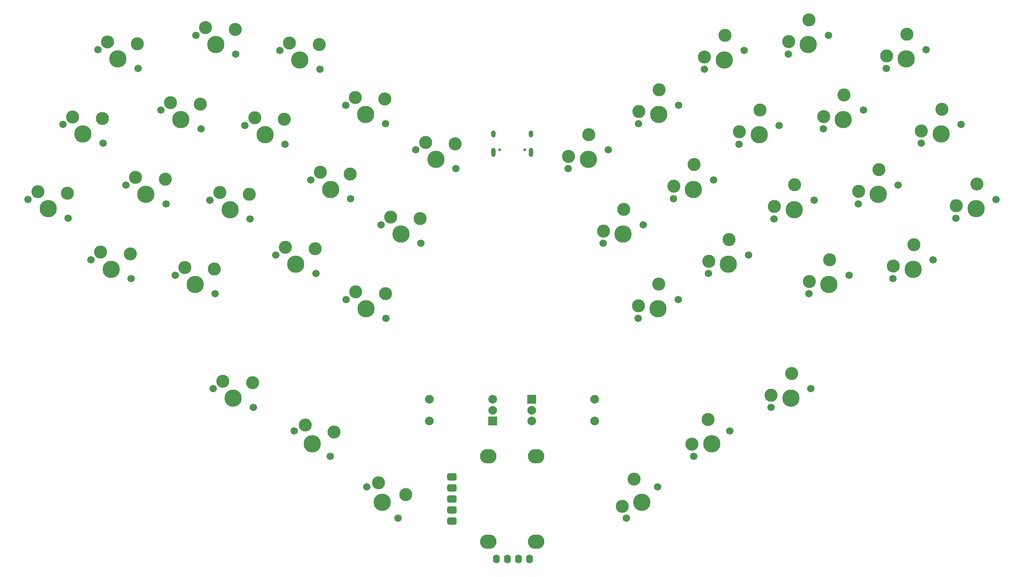
<source format=gbr>
%TF.GenerationSoftware,KiCad,Pcbnew,(5.1.9)-1*%
%TF.CreationDate,2021-07-18T01:14:03-07:00*%
%TF.ProjectId,barobord,6261726f-626f-4726-942e-6b696361645f,rev?*%
%TF.SameCoordinates,Original*%
%TF.FileFunction,Soldermask,Top*%
%TF.FilePolarity,Negative*%
%FSLAX46Y46*%
G04 Gerber Fmt 4.6, Leading zero omitted, Abs format (unit mm)*
G04 Created by KiCad (PCBNEW (5.1.9)-1) date 2021-07-18 01:14:03*
%MOMM*%
%LPD*%
G01*
G04 APERTURE LIST*
%ADD10R,2.000000X2.000000*%
%ADD11C,2.000000*%
%ADD12O,1.600000X2.000000*%
%ADD13O,3.800000X3.300000*%
%ADD14C,1.701800*%
%ADD15C,3.987800*%
%ADD16C,3.000000*%
%ADD17C,0.650000*%
%ADD18O,1.000000X2.100000*%
%ADD19O,1.000000X1.600000*%
G04 APERTURE END LIST*
D10*
%TO.C,SW43*%
X150352593Y-115558404D03*
D11*
X150352593Y-118058404D03*
X150352593Y-120558404D03*
X164852593Y-115558404D03*
X164852593Y-120558404D03*
%TD*%
D10*
%TO.C,SW42*%
X141352593Y-120558404D03*
D11*
X141352593Y-118058404D03*
X141352593Y-115558404D03*
X126852593Y-120558404D03*
X126852593Y-115558404D03*
%TD*%
D12*
%TO.C,Brd1*%
X147332593Y-152258404D03*
X149872593Y-152258404D03*
X144792593Y-152258404D03*
X142252593Y-152258404D03*
%TD*%
D13*
%TO.C,J1*%
X140352593Y-128658404D03*
X151352593Y-128658404D03*
X151352593Y-148258404D03*
X140352593Y-148258404D03*
G36*
G01*
X133128593Y-132953404D02*
X133128593Y-133803404D01*
G75*
G02*
X132703593Y-134228404I-425000J0D01*
G01*
X131353593Y-134228404D01*
G75*
G02*
X130928593Y-133803404I0J425000D01*
G01*
X130928593Y-132953404D01*
G75*
G02*
X131353593Y-132528404I425000J0D01*
G01*
X132703593Y-132528404D01*
G75*
G02*
X133128593Y-132953404I0J-425000D01*
G01*
G37*
G36*
G01*
X132703593Y-136768404D02*
X131353593Y-136768404D01*
G75*
G02*
X130928593Y-136343404I0J425000D01*
G01*
X130928593Y-135493404D01*
G75*
G02*
X131353593Y-135068404I425000J0D01*
G01*
X132703593Y-135068404D01*
G75*
G02*
X133128593Y-135493404I0J-425000D01*
G01*
X133128593Y-136343404D01*
G75*
G02*
X132703593Y-136768404I-425000J0D01*
G01*
G37*
G36*
G01*
X132703593Y-139308404D02*
X131353593Y-139308404D01*
G75*
G02*
X130928593Y-138883404I0J425000D01*
G01*
X130928593Y-138033404D01*
G75*
G02*
X131353593Y-137608404I425000J0D01*
G01*
X132703593Y-137608404D01*
G75*
G02*
X133128593Y-138033404I0J-425000D01*
G01*
X133128593Y-138883404D01*
G75*
G02*
X132703593Y-139308404I-425000J0D01*
G01*
G37*
G36*
G01*
X132703593Y-141848404D02*
X131353593Y-141848404D01*
G75*
G02*
X130928593Y-141423404I0J425000D01*
G01*
X130928593Y-140573404D01*
G75*
G02*
X131353593Y-140148404I425000J0D01*
G01*
X132703593Y-140148404D01*
G75*
G02*
X133128593Y-140573404I0J-425000D01*
G01*
X133128593Y-141423404D01*
G75*
G02*
X132703593Y-141848404I-425000J0D01*
G01*
G37*
G36*
G01*
X132703593Y-144388404D02*
X131353593Y-144388404D01*
G75*
G02*
X130928593Y-143963404I0J425000D01*
G01*
X130928593Y-143113404D01*
G75*
G02*
X131353593Y-142688404I425000J0D01*
G01*
X132703593Y-142688404D01*
G75*
G02*
X133128593Y-143113404I0J-425000D01*
G01*
X133128593Y-143963404D01*
G75*
G02*
X132703593Y-144388404I-425000J0D01*
G01*
G37*
%TD*%
D14*
%TO.C,SW24*%
X91504761Y-82298895D03*
X100712849Y-86592697D03*
D15*
X96108805Y-84445796D03*
D16*
X93729223Y-80533599D03*
X100557728Y-80915203D03*
%TD*%
D14*
%TO.C,SW4*%
X107564255Y-47859200D03*
X116772343Y-52153002D03*
D15*
X112168299Y-50006101D03*
D16*
X109788717Y-46093904D03*
X116617222Y-46475508D03*
%TD*%
D14*
%TO.C,SW14*%
X99534508Y-65079047D03*
X108742596Y-69372849D03*
D15*
X104138552Y-67225948D03*
D16*
X101758970Y-63313751D03*
X108587475Y-63695355D03*
%TD*%
D14*
%TO.C,SW34*%
X95765026Y-122846491D03*
X104087610Y-128674027D03*
D15*
X99926318Y-125760259D03*
D16*
X98262233Y-121494287D03*
X104920732Y-123055851D03*
%TD*%
D14*
%TO.C,SW7*%
X174927657Y-52153002D03*
X184135745Y-47859200D03*
D15*
X179531701Y-50006101D03*
D16*
X175005218Y-49314255D03*
X179686822Y-44328607D03*
%TD*%
D14*
%TO.C,SW40*%
X233456592Y-87753050D03*
X242664680Y-83459248D03*
D15*
X238060636Y-85606149D03*
D16*
X233534153Y-84914303D03*
X238215757Y-79928655D03*
%TD*%
D14*
%TO.C,SW39*%
X214123654Y-91251258D03*
X223331742Y-86957456D03*
D15*
X218727698Y-89104357D03*
D16*
X214201215Y-88412511D03*
X218882819Y-83426863D03*
%TD*%
D14*
%TO.C,SW38*%
X205356171Y-117407161D03*
X214564259Y-113113359D03*
D15*
X209960215Y-115260260D03*
D16*
X205433732Y-114568414D03*
X210115336Y-109582766D03*
%TD*%
D14*
%TO.C,SW37*%
X187612390Y-128674027D03*
X195934974Y-122846491D03*
D15*
X191773682Y-125760259D03*
D16*
X187195829Y-125864939D03*
X190940560Y-120142082D03*
%TD*%
D14*
%TO.C,SW36*%
X172094648Y-142850901D03*
X179278852Y-135666697D03*
D15*
X175686750Y-139258799D03*
D16*
X171196622Y-140156825D03*
X173890699Y-133870645D03*
%TD*%
D14*
%TO.C,SW35*%
X112421148Y-135666697D03*
X119605352Y-142850901D03*
D15*
X116013250Y-139258799D03*
D16*
X115115224Y-134768671D03*
X121401404Y-137462748D03*
%TD*%
D14*
%TO.C,SW33*%
X77135741Y-113113359D03*
X86343829Y-117407161D03*
D15*
X81739785Y-115260260D03*
D16*
X79360203Y-111348063D03*
X86188708Y-111729667D03*
%TD*%
D14*
%TO.C,SW32*%
X68368258Y-86957456D03*
X77576346Y-91251258D03*
D15*
X72972302Y-89104357D03*
D16*
X70592720Y-85192160D03*
X77421225Y-85573764D03*
%TD*%
D14*
%TO.C,SW31*%
X49035320Y-83459248D03*
X58243408Y-87753050D03*
D15*
X53639364Y-85606149D03*
D16*
X51259782Y-81693952D03*
X58088287Y-82075556D03*
%TD*%
D14*
%TO.C,SW30*%
X247929420Y-73832303D03*
X257137508Y-69538501D03*
D15*
X252533464Y-71685402D03*
D16*
X248006981Y-70993556D03*
X252688585Y-66007908D03*
%TD*%
D14*
%TO.C,SW29*%
X225426845Y-70533203D03*
X234634933Y-66239401D03*
D15*
X230030889Y-68386302D03*
D16*
X225504406Y-67694456D03*
X230186010Y-62708808D03*
%TD*%
D14*
%TO.C,SW28*%
X206093907Y-74031411D03*
X215301995Y-69737609D03*
D15*
X210697951Y-71884510D03*
D16*
X206171468Y-71192664D03*
X210853072Y-66207016D03*
%TD*%
D14*
%TO.C,SW27*%
X190987151Y-86592697D03*
X200195239Y-82298895D03*
D15*
X195591195Y-84445796D03*
D16*
X191064712Y-83753950D03*
X195746316Y-78768302D03*
%TD*%
D14*
%TO.C,SW26*%
X174823849Y-96888213D03*
X184031937Y-92594411D03*
D15*
X179427893Y-94741312D03*
D16*
X174901410Y-94049466D03*
X179583014Y-89063818D03*
%TD*%
D14*
%TO.C,SW25*%
X107668063Y-92594411D03*
X116876151Y-96888213D03*
D15*
X112272107Y-94741312D03*
D16*
X109892525Y-90829115D03*
X116721030Y-91210719D03*
%TD*%
D14*
%TO.C,SW23*%
X76398005Y-69737609D03*
X85606093Y-74031411D03*
D15*
X81002049Y-71884510D03*
D16*
X78622467Y-67972313D03*
X85450972Y-68353917D03*
%TD*%
D14*
%TO.C,SW22*%
X57065067Y-66239401D03*
X66273155Y-70533203D03*
D15*
X61669111Y-68386302D03*
D16*
X59289529Y-64474105D03*
X66118034Y-64855709D03*
%TD*%
D14*
%TO.C,SW21*%
X34562492Y-69538501D03*
X43770580Y-73832303D03*
D15*
X39166536Y-71685402D03*
D16*
X36786954Y-67773205D03*
X43615459Y-68154809D03*
%TD*%
D14*
%TO.C,SW20*%
X239899673Y-56612456D03*
X249107761Y-52318654D03*
D15*
X244503717Y-54465555D03*
D16*
X239977234Y-53773709D03*
X244658838Y-48788061D03*
%TD*%
D14*
%TO.C,SW19*%
X217397098Y-53313356D03*
X226605186Y-49019554D03*
D15*
X222001142Y-51166455D03*
D16*
X217474659Y-50474609D03*
X222156263Y-45488961D03*
%TD*%
D14*
%TO.C,SW18*%
X198064160Y-56811564D03*
X207272248Y-52517762D03*
D15*
X202668204Y-54664663D03*
D16*
X198141721Y-53972817D03*
X202823325Y-48987169D03*
%TD*%
D14*
%TO.C,SW17*%
X182957404Y-69372849D03*
X192165492Y-65079047D03*
D15*
X187561448Y-67225948D03*
D16*
X183034965Y-66534102D03*
X187716569Y-61548454D03*
%TD*%
D14*
%TO.C,SW16*%
X166794103Y-79668366D03*
X176002191Y-75374564D03*
D15*
X171398147Y-77521465D03*
D16*
X166871664Y-76829619D03*
X171553268Y-71843971D03*
%TD*%
D14*
%TO.C,SW15*%
X115697809Y-75374564D03*
X124905897Y-79668366D03*
D15*
X120301853Y-77521465D03*
D16*
X117922271Y-73609268D03*
X124750776Y-73990872D03*
%TD*%
D14*
%TO.C,SW13*%
X84427752Y-52517762D03*
X93635840Y-56811564D03*
D15*
X89031796Y-54664663D03*
D16*
X86652214Y-50752466D03*
X93480719Y-51134070D03*
%TD*%
D14*
%TO.C,SW12*%
X65094814Y-49019554D03*
X74302902Y-53313356D03*
D15*
X69698858Y-51166455D03*
D16*
X67319276Y-47254258D03*
X74147781Y-47635862D03*
%TD*%
D14*
%TO.C,SW11*%
X42592239Y-52318654D03*
X51800327Y-56612456D03*
D15*
X47196283Y-54465555D03*
D16*
X44816701Y-50553358D03*
X51645206Y-50934962D03*
%TD*%
D14*
%TO.C,SW10*%
X231869926Y-39392609D03*
X241078014Y-35098807D03*
D15*
X236473970Y-37245708D03*
D16*
X231947487Y-36553862D03*
X236629091Y-31568214D03*
%TD*%
D14*
%TO.C,SW9*%
X209367351Y-36093509D03*
X218575439Y-31799707D03*
D15*
X213971395Y-33946608D03*
D16*
X209444912Y-33254762D03*
X214126516Y-28269114D03*
%TD*%
D14*
%TO.C,SW8*%
X190034413Y-39591717D03*
X199242501Y-35297915D03*
D15*
X194638457Y-37444816D03*
D16*
X190111974Y-36752970D03*
X194793578Y-31767322D03*
%TD*%
D14*
%TO.C,SW6*%
X158764356Y-62448519D03*
X167972444Y-58154717D03*
D15*
X163368400Y-60301618D03*
D16*
X158841917Y-59609772D03*
X163523521Y-54624124D03*
%TD*%
D14*
%TO.C,SW5*%
X123727556Y-58154717D03*
X132935644Y-62448519D03*
D15*
X128331600Y-60301618D03*
D16*
X125952018Y-56389421D03*
X132780523Y-56771025D03*
%TD*%
D14*
%TO.C,SW3*%
X92457499Y-35297915D03*
X101665587Y-39591717D03*
D15*
X97061543Y-37444816D03*
D16*
X94681961Y-33532619D03*
X101510466Y-33914223D03*
%TD*%
D14*
%TO.C,SW2*%
X73124561Y-31799707D03*
X82332649Y-36093509D03*
D15*
X77728605Y-33946608D03*
D16*
X75349023Y-30034411D03*
X82177528Y-30416015D03*
%TD*%
D14*
%TO.C,SW1*%
X50621986Y-35098807D03*
X59830074Y-39392609D03*
D15*
X55226030Y-37245708D03*
D16*
X52846448Y-33333511D03*
X59674953Y-33715115D03*
%TD*%
D17*
%TO.C,USB1*%
X148742593Y-58158404D03*
X142962593Y-58158404D03*
D18*
X141532593Y-58688404D03*
X150172593Y-58688404D03*
D19*
X141532593Y-54508404D03*
X150172593Y-54508404D03*
%TD*%
M02*

</source>
